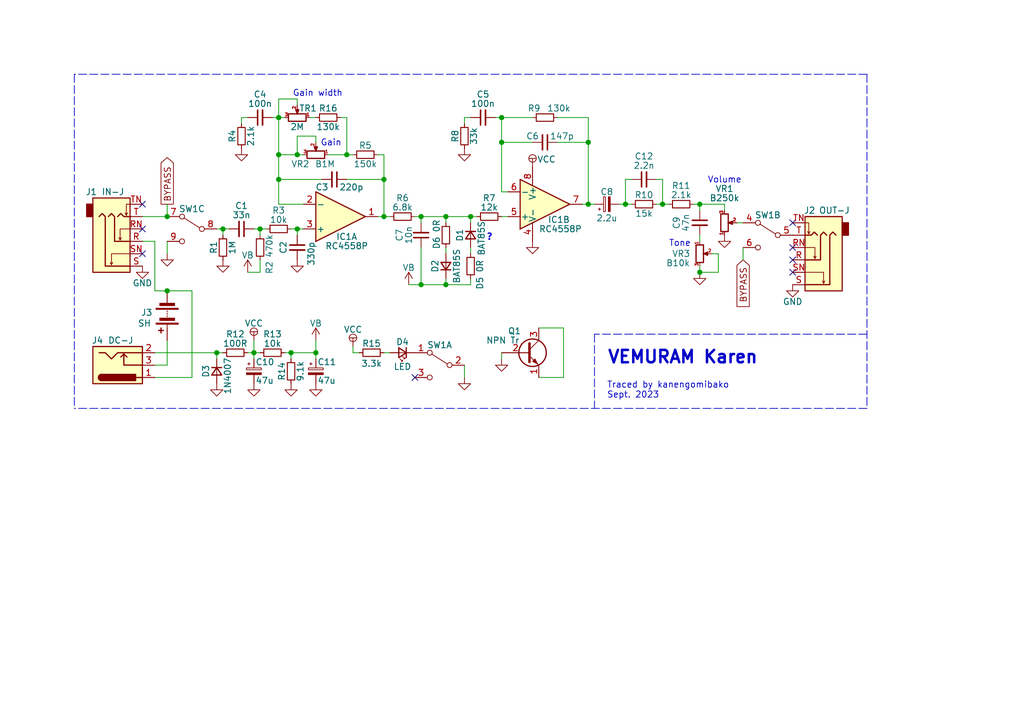
<source format=kicad_sch>
(kicad_sch (version 20230121) (generator eeschema)
  (paper "A5")
  (lib_symbols
    (symbol "Amplifier_Operational:RC4558" (pin_names (offset 0.127))
      (property "Reference" "U" (at 0 5.08 0))
      (property "Value" "RC4558" (at 0 -5.08 0))
      (symbol "RC4558_1_1"
        (polyline (pts (xy -5.08 5.08) (xy 5.08 0) (xy -5.08 -5.08) (xy -5.08 5.08)) (stroke (width 0.254)) (fill (type background)))
        (pin output line (at 7.62 0 180) (length 2.54) (name "~") (number "1"))
        (pin input line (at -7.62 -2.54 0) (length 2.54) (name "-") (number "2"))
        (pin input line (at -7.62 2.54 0) (length 2.54) (name "+") (number "3"))
      )
      (symbol "RC4558_2_1"
        (polyline (pts (xy -5.08 5.08) (xy 5.08 0) (xy -5.08 -5.08) (xy -5.08 5.08)) (stroke (width 0.254)) (fill (type background)))
        (pin input line (at -7.62 2.54 0) (length 2.54) (name "+") (number "5"))
        (pin input line (at -7.62 -2.54 0) (length 2.54) (name "-") (number "6"))
        (pin output line (at 7.62 0 180) (length 2.54) (name "~") (number "7"))
      )
      (symbol "RC4558_3_1"
        (pin power_in line (at -2.54 -7.62 90) (length 3.81) (name "V-") (number "4"))
        (pin power_in line (at -2.54 7.62 270) (length 3.81) (name "V+") (number "8"))
      )
    )
    (symbol "Connector:Barrel_Jack_Switch" (pin_names hide)
      (property "Reference" "J" (at 0 5.334 0))
      (property "Value" "Barrel_Jack_Switch" (at 0 -5.08 0))
      (symbol "Barrel_Jack_Switch_0_1"
        (rectangle (start -5.08 3.81) (end 5.08 -3.81) (stroke (width 0.254)) (fill (type background)))
        (arc (start -3.302 3.175) (mid -3.9343 2.54) (end -3.302 1.905) (stroke (width 0.254)))
        (arc (start -3.302 3.175) (mid -3.9343 2.54) (end -3.302 1.905) (stroke (width 0.254)) (fill (type outline)))
        (polyline (pts (xy 1.27 -2.286) (xy 1.905 -1.651)) (stroke (width 0.254)))
        (polyline (pts (xy 5.08 2.54) (xy 3.81 2.54)) (stroke (width 0.254)))
        (polyline (pts (xy 5.08 0) (xy 1.27 0) (xy 1.27 -2.286) (xy 0.635 -1.651)) (stroke (width 0.254)))
        (polyline (pts (xy -3.81 -2.54) (xy -2.54 -2.54) (xy -1.27 -1.27) (xy 0 -2.54) (xy 2.54 -2.54) (xy 5.08 -2.54)) (stroke (width 0.254)))
        (rectangle (start 3.683 3.175) (end -3.302 1.905) (stroke (width 0.254)) (fill (type outline)))
      )
      (symbol "Barrel_Jack_Switch_1_1"
        (pin passive line (at 7.62 2.54 180) (length 2.54) (name "~") (number "1"))
        (pin passive line (at 7.62 -2.54 180) (length 2.54) (name "~") (number "2"))
        (pin passive line (at 7.62 0 180) (length 2.54) (name "~") (number "3"))
      )
    )
    (symbol "Connector_Audio:AudioJack3_Switch"
      (property "Reference" "J" (at 0 11.43 0))
      (property "Value" "AudioJack3_Switch" (at 0 8.89 0))
      (symbol "AudioJack3_Switch_0_1"
        (rectangle (start -5.08 -5.08) (end -6.35 -7.62) (stroke (width 0.254)) (fill (type outline)))
        (polyline (pts (xy -1.27 4.826) (xy -1.016 4.318)))
        (polyline (pts (xy 0.508 -0.254) (xy 0.762 -0.762)))
        (polyline (pts (xy 1.778 -5.334) (xy 2.032 -5.842)))
        (polyline (pts (xy 0 -5.08) (xy 0.635 -5.715) (xy 1.27 -5.08) (xy 2.54 -5.08)) (stroke (width 0.254)))
        (polyline (pts (xy 2.54 -7.62) (xy 1.778 -7.62) (xy 1.778 -5.334) (xy 1.524 -5.842)))
        (polyline (pts (xy 2.54 -2.54) (xy 0.508 -2.54) (xy 0.508 -0.254) (xy 0.254 -0.762)))
        (polyline (pts (xy 2.54 2.54) (xy -1.27 2.54) (xy -1.27 4.826) (xy -1.524 4.318)))
        (polyline (pts (xy -1.905 -5.08) (xy -1.27 -5.715) (xy -0.635 -5.08) (xy -0.635 0) (xy 2.54 0)) (stroke (width 0.254)))
        (polyline (pts (xy 2.54 5.08) (xy -2.54 5.08) (xy -2.54 -5.08) (xy -3.175 -5.715) (xy -3.81 -5.08)) (stroke (width 0.254)))
        (rectangle (start 2.54 6.35) (end -5.08 -8.89) (stroke (width 0.254)) (fill (type background)))
      )
      (symbol "AudioJack3_Switch_1_1"
        (pin passive line (at 5.08 0 180) (length 2.54) (name "~") (number "R"))
        (pin passive line (at 5.08 -2.54 180) (length 2.54) (name "~") (number "RN"))
        (pin passive line (at 5.08 5.08 180) (length 2.54) (name "~") (number "S"))
        (pin passive line (at 5.08 2.54 180) (length 2.54) (name "~") (number "SN"))
        (pin passive line (at 5.08 -5.08 180) (length 2.54) (name "~") (number "T"))
        (pin passive line (at 5.08 -7.62 180) (length 2.54) (name "~") (number "TN"))
      )
    )
    (symbol "Device:Battery" (pin_numbers hide) (pin_names (offset 0) hide)
      (property "Reference" "BT" (at 2.54 2.54 0))
      (property "Value" "Battery" (at 2.54 0 0))
      (symbol "Battery_0_1"
        (rectangle (start -2.286 -1.27) (end 2.286 -1.524) (fill (type outline)))
        (rectangle (start -2.286 1.778) (end 2.286 1.524) (fill (type outline)))
        (rectangle (start -1.524 -2.032) (end 1.524 -2.54) (fill (type outline)))
        (rectangle (start -1.524 1.016) (end 1.524 0.508) (fill (type outline)))
        (polyline (pts (xy 0 -1.016) (xy 0 -0.762)))
        (polyline (pts (xy 0 -0.508) (xy 0 -0.254)))
        (polyline (pts (xy 0 0) (xy 0 0.254)))
        (polyline (pts (xy 0 1.778) (xy 0 2.54)))
        (polyline (pts (xy 0.762 3.048) (xy 1.778 3.048)) (stroke (width 0.254)))
        (polyline (pts (xy 1.27 3.556) (xy 1.27 2.54)) (stroke (width 0.254)))
      )
      (symbol "Battery_1_1"
        (pin passive line (at 0 5.08 270) (length 2.54) (name "+") (number "1"))
        (pin passive line (at 0 -5.08 90) (length 2.54) (name "-") (number "2"))
      )
    )
    (symbol "Device:C_Polarized_Small" (pin_numbers hide) (pin_names (offset 0.254) hide)
      (property "Reference" "C" (at 0.254 1.778 0))
      (property "Value" "C_Polarized_Small" (at 0.254 -2.032 0))
      (symbol "C_Polarized_Small_0_1"
        (rectangle (start -1.524 -0.3048) (end 1.524 -0.6858) (fill (type outline)))
        (rectangle (start -1.524 0.6858) (end 1.524 0.3048))
        (polyline (pts (xy -1.27 1.524) (xy -0.762 1.524)))
        (polyline (pts (xy -1.016 1.27) (xy -1.016 1.778)))
      )
      (symbol "C_Polarized_Small_1_1"
        (pin passive line (at 0 2.54 270) (length 1.8542) (name "~") (number "1"))
        (pin passive line (at 0 -2.54 90) (length 1.8542) (name "~") (number "2"))
      )
    )
    (symbol "Device:C_Small" (pin_numbers hide) (pin_names (offset 0.254) hide)
      (property "Reference" "C" (at 0.254 1.778 0))
      (property "Value" "C_Small" (at 0.254 -2.032 0))
      (symbol "C_Small_0_1"
        (polyline (pts (xy -1.524 -0.508) (xy 1.524 -0.508)) (stroke (width 0.3302)))
        (polyline (pts (xy -1.524 0.508) (xy 1.524 0.508)) (stroke (width 0.3048)))
      )
      (symbol "C_Small_1_1"
        (pin passive line (at 0 2.54 270) (length 2.032) (name "~") (number "1"))
        (pin passive line (at 0 -2.54 90) (length 2.032) (name "~") (number "2"))
      )
    )
    (symbol "Device:D_Small" (pin_numbers hide) (pin_names (offset 0.254) hide)
      (property "Reference" "D" (at -1.27 2.032 0))
      (property "Value" "D_Small" (at -3.81 -2.032 0))
      (symbol "D_Small_0_1"
        (polyline (pts (xy -0.762 -1.016) (xy -0.762 1.016)) (stroke (width 0.254)))
        (polyline (pts (xy -0.762 0) (xy 0.762 0)))
        (polyline (pts (xy 0.762 -1.016) (xy -0.762 0) (xy 0.762 1.016) (xy 0.762 -1.016)) (stroke (width 0.254)))
      )
      (symbol "D_Small_1_1"
        (pin passive line (at -2.54 0 0) (length 1.778) (name "K") (number "1"))
        (pin passive line (at 2.54 0 180) (length 1.778) (name "A") (number "2"))
      )
    )
    (symbol "Device:LED_Small" (pin_numbers hide) (pin_names (offset 0.254) hide)
      (property "Reference" "D" (at -1.27 3.175 0))
      (property "Value" "LED_Small" (at -4.445 -2.54 0))
      (symbol "LED_Small_0_1"
        (polyline (pts (xy -0.762 -1.016) (xy -0.762 1.016)) (stroke (width 0.254)))
        (polyline (pts (xy 1.016 0) (xy -0.762 0)))
        (polyline (pts (xy 0.762 -1.016) (xy -0.762 0) (xy 0.762 1.016) (xy 0.762 -1.016)) (stroke (width 0.254)))
        (polyline (pts (xy 0 0.762) (xy -0.508 1.27) (xy -0.254 1.27) (xy -0.508 1.27) (xy -0.508 1.016)))
        (polyline (pts (xy 0.508 1.27) (xy 0 1.778) (xy 0.254 1.778) (xy 0 1.778) (xy 0 1.524)))
      )
      (symbol "LED_Small_1_1"
        (pin passive line (at -2.54 0 0) (length 1.778) (name "K") (number "1"))
        (pin passive line (at 2.54 0 180) (length 1.778) (name "A") (number "2"))
      )
    )
    (symbol "Device:Q_NPN_EBC" (pin_names (offset 0) hide)
      (property "Reference" "Q" (at 5.08 1.27 0))
      (property "Value" "Q_NPN_EBC" (at 5.08 -1.27 0))
      (symbol "Q_NPN_EBC_0_1"
        (polyline (pts (xy 0.635 0.635) (xy 2.54 2.54)))
        (polyline (pts (xy 0.635 -0.635) (xy 2.54 -2.54) (xy 2.54 -2.54)))
        (polyline (pts (xy 0.635 1.905) (xy 0.635 -1.905) (xy 0.635 -1.905)) (stroke (width 0.508)))
        (polyline (pts (xy 1.27 -1.778) (xy 1.778 -1.27) (xy 2.286 -2.286) (xy 1.27 -1.778) (xy 1.27 -1.778)) (fill (type outline)))
        (circle (center 1.27 0) (radius 2.8194) (stroke (width 0.254)))
      )
      (symbol "Q_NPN_EBC_1_1"
        (pin passive line (at 2.54 -5.08 90) (length 2.54) (name "E") (number "1"))
        (pin passive line (at -5.08 0 0) (length 5.715) (name "B") (number "2"))
        (pin passive line (at 2.54 5.08 270) (length 2.54) (name "C") (number "3"))
      )
    )
    (symbol "Device:R_Potentiometer_Small" (pin_names (offset 1.016) hide)
      (property "Reference" "RV" (at -4.445 0 90))
      (property "Value" "R_Potentiometer_Small" (at -2.54 0 90))
      (symbol "R_Potentiometer_Small_0_1"
        (polyline (pts (xy 0.889 0) (xy 0.635 0) (xy 1.651 0.381) (xy 1.651 -0.381) (xy 0.635 0) (xy 0.889 0)) (fill (type outline)))
        (rectangle (start 0.762 1.8034) (end -0.762 -1.8034) (stroke (width 0.254)))
      )
      (symbol "R_Potentiometer_Small_1_1"
        (pin passive line (at 0 2.54 270) (length 0.635) (name "1") (number "1"))
        (pin passive line (at 2.54 0 180) (length 0.9906) (name "2") (number "2"))
        (pin passive line (at 0 -2.54 90) (length 0.635) (name "3") (number "3"))
      )
    )
    (symbol "Device:R_Small" (pin_numbers hide) (pin_names (offset 0.254) hide)
      (property "Reference" "R" (at 0.762 0.508 0))
      (property "Value" "R_Small" (at 0.762 -1.016 0))
      (symbol "R_Small_0_1"
        (rectangle (start -0.762 1.778) (end 0.762 -1.778) (stroke (width 0.2032)))
      )
      (symbol "R_Small_1_1"
        (pin passive line (at 0 2.54 270) (length 0.762) (name "~") (number "1"))
        (pin passive line (at 0 -2.54 90) (length 0.762) (name "~") (number "2"))
      )
    )
    (symbol "myLib:SW_3PDT" (pin_names (offset 0) hide)
      (property "Reference" "SW" (at 0 4.318 0))
      (property "Value" "SW_3PDT" (at 0 -5.08 0))
      (symbol "SW_3PDT_0_0"
        (circle (center -2.032 0) (radius 0.508))
        (circle (center 2.032 -2.54) (radius 0.508))
      )
      (symbol "SW_3PDT_0_1"
        (polyline (pts (xy -1.524 0.254) (xy 1.651 2.286)))
        (circle (center 2.032 2.54) (radius 0.508))
      )
      (symbol "SW_3PDT_1_1"
        (pin passive line (at 5.08 2.54 180) (length 2.54) (name "A") (number "1"))
        (pin passive line (at -5.08 0 0) (length 2.54) (name "B") (number "2"))
        (pin passive line (at 5.08 -2.54 180) (length 2.54) (name "C") (number "3"))
      )
      (symbol "SW_3PDT_2_1"
        (pin passive line (at 5.08 2.54 180) (length 2.54) (name "A") (number "4"))
        (pin passive line (at -5.08 0 0) (length 2.54) (name "B") (number "5"))
        (pin passive line (at 5.08 -2.54 180) (length 2.54) (name "C") (number "6"))
      )
      (symbol "SW_3PDT_3_1"
        (pin passive line (at 5.08 2.54 180) (length 2.54) (name "A") (number "7"))
        (pin passive line (at -5.08 0 0) (length 2.54) (name "B") (number "8"))
        (pin passive line (at 5.08 -2.54 180) (length 2.54) (name "C") (number "9"))
      )
    )
    (symbol "myLib:VB" (power) (pin_names (offset 0))
      (property "Value" "VB" (at 0 3.556 0))
      (symbol "VB_0_1"
        (polyline (pts (xy -0.762 1.27) (xy 0 2.54)))
        (polyline (pts (xy 0 0) (xy 0 2.54)))
        (polyline (pts (xy 0 2.54) (xy 0.762 1.27)))
      )
      (symbol "VB_1_1"
        (pin power_in line (at 0 0 90) (length 0) hide (name "VB") (number "1"))
      )
    )
    (symbol "myLib:VCC" (power) (pin_names (offset 0))
      (property "Value" "VCC" (at 0 3.556 0))
      (symbol "VCC_0_0"
        (polyline (pts (xy -0.762 1.778) (xy 0.762 1.778)))
        (circle (center 0 1.778) (radius 0.7725))
      )
      (symbol "VCC_0_1"
        (polyline (pts (xy 0 0) (xy 0 1.778)))
      )
      (symbol "VCC_1_1"
        (pin power_in line (at 0 0 90) (length 0) hide (name "VCC") (number "1"))
      )
    )
    (symbol "power:GND" (power) (pin_names (offset 0))
      (property "Value" "GND" (at 0 -3.81 0))
      (symbol "GND_0_1"
        (polyline (pts (xy 0 0) (xy 0 -1.27) (xy 1.27 -1.27) (xy 0 -2.54) (xy -1.27 -1.27) (xy 0 -1.27)))
      )
      (symbol "GND_1_1"
        (pin power_in line (at 0 0 270) (length 0) hide (name "GND") (number "1"))
      )
    )
  )
  (junction (at 34.29 59.69))
  (junction (at 59.69 72.39))
  (junction (at 53.34 46.99))
  (junction (at 102.87 24.13))
  (junction (at 60.96 46.99))
  (junction (at 78.74 44.45))
  (junction (at 60.96 31.75))
  (junction (at 91.44 58.42))
  (junction (at 34.29 44.45))
  (junction (at 45.72 46.99))
  (junction (at 120.65 29.21))
  (junction (at 91.44 44.45))
  (junction (at 143.51 55.88))
  (junction (at 96.52 44.45))
  (junction (at 64.77 72.39))
  (junction (at 57.15 31.75))
  (junction (at 135.89 41.91))
  (junction (at 71.12 31.75))
  (junction (at 102.87 29.21))
  (junction (at 86.36 44.45))
  (junction (at 128.27 41.91))
  (junction (at 52.07 72.39))
  (junction (at 86.36 58.42))
  (junction (at 44.45 72.39))
  (junction (at 78.74 36.83))
  (junction (at 57.15 24.13))
  (junction (at 120.65 41.91))
  (junction (at 143.51 41.91))
  (junction (at 57.15 36.83))
  (no_connect (at 162.56 55.88))
  (no_connect (at 162.56 53.34))
  (no_connect (at 162.56 50.8))
  (no_connect (at 29.21 41.91))
  (no_connect (at 162.56 45.72))
  (no_connect (at 29.21 52.07))
  (no_connect (at 85.09 77.47))
  (no_connect (at 29.21 46.99))
  (wire (pts (xy 96.52 50.8) (xy 96.52 52.07)))
  (wire (pts (xy 143.51 41.91) (xy 148.59 41.91)))
  (wire (pts (xy 152.4 53.34) (xy 152.4 50.8)))
  (wire (pts (xy 143.51 55.88) (xy 147.32 55.88)))
  (polyline (pts (xy 121.92 68.58) (xy 121.92 83.82)) (stroke (width 0) (type dash)))
  (wire (pts (xy 127 41.91) (xy 128.27 41.91)))
  (wire (pts (xy 96.52 44.45) (xy 97.79 44.45)))
  (wire (pts (xy 115.57 67.31) (xy 115.57 77.47)))
  (wire (pts (xy 134.62 36.83) (xy 135.89 36.83)))
  (wire (pts (xy 64.77 29.21) (xy 64.77 27.94)))
  (wire (pts (xy 49.53 24.13) (xy 49.53 25.4)))
  (wire (pts (xy 57.15 41.91) (xy 62.23 41.91)))
  (wire (pts (xy 102.87 39.37) (xy 102.87 29.21)))
  (wire (pts (xy 60.96 20.32) (xy 57.15 20.32)))
  (wire (pts (xy 50.8 55.88) (xy 53.34 55.88)))
  (wire (pts (xy 119.38 41.91) (xy 120.65 41.91)))
  (wire (pts (xy 96.52 24.13) (xy 95.25 24.13)))
  (wire (pts (xy 78.74 44.45) (xy 77.47 44.45)))
  (wire (pts (xy 128.27 36.83) (xy 128.27 41.91)))
  (wire (pts (xy 60.96 27.94) (xy 60.96 31.75)))
  (wire (pts (xy 44.45 72.39) (xy 45.72 72.39)))
  (wire (pts (xy 72.39 71.12) (xy 72.39 72.39)))
  (wire (pts (xy 102.87 29.21) (xy 109.22 29.21)))
  (wire (pts (xy 120.65 24.13) (xy 120.65 29.21)))
  (wire (pts (xy 62.23 31.75) (xy 60.96 31.75)))
  (polyline (pts (xy 177.8 83.82) (xy 15.24 83.82)) (stroke (width 0) (type dash)))
  (wire (pts (xy 143.51 54.61) (xy 143.51 55.88)))
  (polyline (pts (xy 177.8 15.24) (xy 15.24 15.24)) (stroke (width 0) (type dash)))
  (wire (pts (xy 59.69 72.39) (xy 64.77 72.39)))
  (wire (pts (xy 129.54 36.83) (xy 128.27 36.83)))
  (wire (pts (xy 45.72 46.99) (xy 45.72 48.26)))
  (wire (pts (xy 71.12 24.13) (xy 71.12 31.75)))
  (wire (pts (xy 39.37 59.69) (xy 34.29 59.69)))
  (wire (pts (xy 143.51 48.26) (xy 143.51 49.53)))
  (wire (pts (xy 57.15 36.83) (xy 57.15 41.91)))
  (wire (pts (xy 134.62 41.91) (xy 135.89 41.91)))
  (wire (pts (xy 67.31 31.75) (xy 71.12 31.75)))
  (wire (pts (xy 52.07 69.85) (xy 52.07 72.39)))
  (wire (pts (xy 91.44 44.45) (xy 91.44 45.72)))
  (wire (pts (xy 29.21 44.45) (xy 34.29 44.45)))
  (wire (pts (xy 151.13 45.72) (xy 152.4 45.72)))
  (wire (pts (xy 59.69 46.99) (xy 60.96 46.99)))
  (wire (pts (xy 71.12 36.83) (xy 78.74 36.83)))
  (wire (pts (xy 60.96 21.59) (xy 60.96 20.32)))
  (wire (pts (xy 85.09 44.45) (xy 86.36 44.45)))
  (wire (pts (xy 95.25 24.13) (xy 95.25 25.4)))
  (wire (pts (xy 52.07 46.99) (xy 53.34 46.99)))
  (wire (pts (xy 91.44 58.42) (xy 96.52 58.42)))
  (wire (pts (xy 60.96 46.99) (xy 60.96 48.26)))
  (wire (pts (xy 101.6 24.13) (xy 102.87 24.13)))
  (wire (pts (xy 128.27 41.91) (xy 129.54 41.91)))
  (wire (pts (xy 64.77 72.39) (xy 64.77 73.66)))
  (wire (pts (xy 64.77 27.94) (xy 60.96 27.94)))
  (wire (pts (xy 147.32 52.07) (xy 146.05 52.07)))
  (wire (pts (xy 50.8 72.39) (xy 52.07 72.39)))
  (wire (pts (xy 83.82 58.42) (xy 86.36 58.42)))
  (wire (pts (xy 102.87 44.45) (xy 104.14 44.45)))
  (wire (pts (xy 34.29 49.53) (xy 34.29 52.07)))
  (wire (pts (xy 86.36 44.45) (xy 91.44 44.45)))
  (polyline (pts (xy 177.8 68.58) (xy 121.92 68.58)) (stroke (width 0) (type dash)))
  (wire (pts (xy 64.77 24.13) (xy 63.5 24.13)))
  (wire (pts (xy 78.74 44.45) (xy 80.01 44.45)))
  (wire (pts (xy 69.85 24.13) (xy 71.12 24.13)))
  (wire (pts (xy 59.69 72.39) (xy 59.69 73.66)))
  (wire (pts (xy 86.36 50.8) (xy 86.36 58.42)))
  (wire (pts (xy 44.45 73.66) (xy 44.45 72.39)))
  (wire (pts (xy 102.87 29.21) (xy 102.87 24.13)))
  (wire (pts (xy 142.24 41.91) (xy 143.51 41.91)))
  (wire (pts (xy 53.34 46.99) (xy 53.34 48.26)))
  (wire (pts (xy 52.07 72.39) (xy 52.07 73.66)))
  (wire (pts (xy 91.44 50.8) (xy 91.44 52.07)))
  (wire (pts (xy 34.29 59.69) (xy 31.75 59.69)))
  (wire (pts (xy 58.42 72.39) (xy 59.69 72.39)))
  (wire (pts (xy 60.96 46.99) (xy 62.23 46.99)))
  (wire (pts (xy 50.8 24.13) (xy 49.53 24.13)))
  (wire (pts (xy 58.42 24.13) (xy 57.15 24.13)))
  (wire (pts (xy 34.29 41.91) (xy 34.29 44.45)))
  (wire (pts (xy 86.36 44.45) (xy 86.36 45.72)))
  (wire (pts (xy 45.72 46.99) (xy 46.99 46.99)))
  (wire (pts (xy 31.75 77.47) (xy 39.37 77.47)))
  (wire (pts (xy 53.34 46.99) (xy 54.61 46.99)))
  (wire (pts (xy 78.74 31.75) (xy 78.74 36.83)))
  (wire (pts (xy 91.44 44.45) (xy 96.52 44.45)))
  (wire (pts (xy 148.59 41.91) (xy 148.59 43.18)))
  (wire (pts (xy 135.89 41.91) (xy 137.16 41.91)))
  (wire (pts (xy 29.21 49.53) (xy 31.75 49.53)))
  (wire (pts (xy 114.3 29.21) (xy 120.65 29.21)))
  (wire (pts (xy 71.12 31.75) (xy 72.39 31.75)))
  (wire (pts (xy 77.47 31.75) (xy 78.74 31.75)))
  (wire (pts (xy 102.87 24.13) (xy 109.22 24.13)))
  (wire (pts (xy 57.15 36.83) (xy 66.04 36.83)))
  (wire (pts (xy 34.29 74.93) (xy 31.75 74.93)))
  (wire (pts (xy 55.88 24.13) (xy 57.15 24.13)))
  (wire (pts (xy 86.36 58.42) (xy 91.44 58.42)))
  (wire (pts (xy 102.87 72.39) (xy 102.87 73.66)))
  (wire (pts (xy 120.65 29.21) (xy 120.65 41.91)))
  (wire (pts (xy 72.39 72.39) (xy 73.66 72.39)))
  (polyline (pts (xy 177.8 15.24) (xy 177.8 83.82)) (stroke (width 0) (type dash)))
  (wire (pts (xy 95.25 74.93) (xy 95.25 77.47)))
  (polyline (pts (xy 15.24 15.24) (xy 15.24 83.82)) (stroke (width 0) (type dash)))
  (wire (pts (xy 57.15 20.32) (xy 57.15 24.13)))
  (wire (pts (xy 31.75 49.53) (xy 31.75 59.69)))
  (wire (pts (xy 147.32 55.88) (xy 147.32 52.07)))
  (wire (pts (xy 44.45 46.99) (xy 45.72 46.99)))
  (wire (pts (xy 64.77 69.85) (xy 64.77 72.39)))
  (wire (pts (xy 143.51 41.91) (xy 143.51 43.18)))
  (wire (pts (xy 57.15 24.13) (xy 57.15 31.75)))
  (wire (pts (xy 52.07 72.39) (xy 53.34 72.39)))
  (wire (pts (xy 120.65 41.91) (xy 121.92 41.91)))
  (wire (pts (xy 104.14 39.37) (xy 102.87 39.37)))
  (wire (pts (xy 34.29 69.85) (xy 34.29 74.93)))
  (wire (pts (xy 96.52 44.45) (xy 96.52 45.72)))
  (wire (pts (xy 78.74 72.39) (xy 80.01 72.39)))
  (wire (pts (xy 57.15 31.75) (xy 60.96 31.75)))
  (wire (pts (xy 96.52 57.15) (xy 96.52 58.42)))
  (wire (pts (xy 78.74 36.83) (xy 78.74 44.45)))
  (wire (pts (xy 110.49 77.47) (xy 115.57 77.47)))
  (wire (pts (xy 57.15 36.83) (xy 57.15 31.75)))
  (wire (pts (xy 39.37 77.47) (xy 39.37 59.69)))
  (wire (pts (xy 110.49 67.31) (xy 115.57 67.31)))
  (wire (pts (xy 53.34 53.34) (xy 53.34 55.88)))
  (wire (pts (xy 114.3 24.13) (xy 120.65 24.13)))
  (wire (pts (xy 91.44 57.15) (xy 91.44 58.42)))
  (wire (pts (xy 135.89 36.83) (xy 135.89 41.91)))
  (wire (pts (xy 44.45 72.39) (xy 31.75 72.39)))
  (text "Gain width" (at 60.0075 20.0025 0) (effects (font (size 1.27 1.27)) (justify left bottom)))
  (text "VEMURAM Karen" (at 124.46 74.93 0) (effects (font (size 2.54 2.54) (thickness 0.508) bold) (justify left bottom)))
  (text "Gain" (at 65.7225 30.1625 0) (effects (font (size 1.27 1.27)) (justify left bottom)))
  (text "Volume" (at 145.0975 37.7825 0) (effects (font (size 1.27 1.27)) (justify left bottom)))
  (text "Tone" (at 137.16 50.8 0) (effects (font (size 1.27 1.27)) (justify left bottom)))
  (text "Traced by kanengomibako\nSept. 2023" (at 124.46 81.915 0) (effects (font (size 1.27 1.27)) (justify left bottom)))
  (text "?" (at 99.695 49.53 0) (effects (font (size 1.27 1.27) (thickness 0.254) bold) (justify left bottom)))
  (global_label "BYPASS" (shape output) (at 34.29 41.91 90) (property "Intersheetrefs" "${INTERSHEET_REFS}" (effects hide)))
  (global_label "BYPASS" (shape input) (at 152.4 53.34 270) (property "Intersheetrefs" "${INTERSHEET_REFS}" (effects hide)))
  (symbol (lib_id "Device:R_Small") (at 139.7 41.91 270) (unit 1)
    (property "Reference" "R11" (at 139.7 38.1 90))
    (property "Value" "2.1k" (at 139.7 40.005 90))
    (property "Footprint" "Resistor_THT:R_Axial_DIN0207_L6.3mm_D2.5mm_P10.16mm_Horizontal" (effects hide))
  )
  (symbol (lib_id "Device:C_Small") (at 68.58 36.83 270) (mirror x) (unit 1)
    (property "Reference" "C3" (at 66.04 38.4175 90))
    (property "Value" "220p" (at 72.0725 38.4175 90))
    (property "Footprint" "Capacitor_THT:C_Rect_L7.0mm_W2.5mm_P5.00mm" (effects hide))
  )
  (symbol (lib_id "Device:LED_Small") (at 82.55 72.39 180) (unit 1)
    (property "Reference" "D4" (at 82.55 70.1675 0))
    (property "Value" "LED" (at 82.55 75.2475 0))
    (property "Footprint" "LED_THT:LED_D5.0mm" (effects hide))
  )
  (symbol (lib_id "Device:R_Potentiometer_Small") (at 64.77 31.75 270) (mirror x) (unit 1)
    (property "Reference" "VR2" (at 61.595 33.655 90))
    (property "Value" "B1M" (at 66.675 33.655 90))
    (property "Footprint" "myFoot:my_pot_5mm" (effects hide))
  )
  (symbol (lib_id "Device:C_Polarized_Small") (at 124.46 41.91 90) (unit 1)
    (property "Reference" "C8" (at 124.46 39.37 90))
    (property "Value" "2.2u" (at 124.46 44.7675 90))
    (property "Footprint" "Capacitor_THT:CP_Radial_D5.0mm_P2.00mm" (effects hide))
  )
  (symbol (lib_id "Device:R_Small") (at 91.44 48.26 180) (unit 1)
    (property "Reference" "D6" (at 89.535 49.8475 90))
    (property "Value" "0R" (at 89.535 46.355 90))
    (property "Footprint" "Diode_THT:D_DO-34_SOD68_P7.62mm_Horizontal" (effects hide))
  )
  (symbol (lib_id "Device:R_Small") (at 55.88 72.39 90) (mirror x) (unit 1)
    (property "Reference" "R13" (at 55.88 68.58 90))
    (property "Value" "10k" (at 55.88 70.485 90))
    (property "Footprint" "Resistor_THT:R_Axial_DIN0207_L6.3mm_D2.5mm_P10.16mm_Horizontal" (effects hide))
  )
  (symbol (lib_id "Device:C_Small") (at 49.53 46.99 270) (unit 1)
    (property "Reference" "C1" (at 49.53 42.2275 90))
    (property "Value" "33n" (at 49.53 44.1325 90))
    (property "Footprint" "Capacitor_THT:C_Rect_L7.0mm_W2.5mm_P5.00mm" (effects hide))
  )
  (symbol (lib_id "Device:R_Small") (at 57.15 46.99 270) (unit 1)
    (property "Reference" "R3" (at 57.15 43.18 90))
    (property "Value" "10k" (at 57.15 45.085 90))
    (property "Footprint" "Resistor_THT:R_Axial_DIN0207_L6.3mm_D2.5mm_P10.16mm_Horizontal" (effects hide))
  )
  (symbol (lib_id "Device:R_Small") (at 48.26 72.39 270) (unit 1)
    (property "Reference" "R12" (at 48.26 68.58 90))
    (property "Value" "100R" (at 48.26 70.485 90))
    (property "Footprint" "Resistor_THT:R_Axial_DIN0207_L6.3mm_D2.5mm_P10.16mm_Horizontal" (effects hide))
  )
  (symbol (lib_id "Device:R_Potentiometer_Small") (at 60.96 24.13 270) (mirror x) (unit 1)
    (property "Reference" "TR1" (at 63.1825 22.225 90))
    (property "Value" "2M" (at 60.96 26.035 90))
    (property "Footprint" "myFoot:my_trim2" (effects hide))
  )
  (symbol (lib_id "myLib:VB") (at 83.82 58.42 0) (unit 1)
    (property "Reference" "#PWR08" (effects hide))
    (property "Value" "VB" (at 83.82 54.9275 0))
  )
  (symbol (lib_id "Device:R_Small") (at 82.55 44.45 270) (unit 1)
    (property "Reference" "R6" (at 82.55 40.64 90))
    (property "Value" "6.8k" (at 82.55 42.545 90))
    (property "Footprint" "Resistor_THT:R_Axial_DIN0207_L6.3mm_D2.5mm_P10.16mm_Horizontal" (effects hide))
  )
  (symbol (lib_id "myLib:SW_3PDT") (at 39.37 46.99 0) (mirror y) (unit 3)
    (property "Reference" "SW1" (at 39.37 42.8625 0))
    (property "Value" "3PDT" (effects hide))
    (property "Footprint" "myFoot:my_sw_3pdt" (effects hide))
  )
  (symbol (lib_id "Device:R_Small") (at 74.93 31.75 270) (unit 1)
    (property "Reference" "R5" (at 74.93 29.845 90))
    (property "Value" "150k" (at 74.93 33.655 90))
    (property "Footprint" "Resistor_THT:R_Axial_DIN0207_L6.3mm_D2.5mm_P10.16mm_Horizontal" (effects hide))
  )
  (symbol (lib_id "power:GND") (at 64.77 78.74 0) (unit 1)
    (property "Reference" "#PWR011" (effects hide))
    (property "Value" "GND" (effects hide))
  )
  (symbol (lib_id "Device:R_Small") (at 132.08 41.91 270) (unit 1)
    (property "Reference" "R10" (at 132.08 40.005 90))
    (property "Value" "15k" (at 132.08 43.815 90))
    (property "Footprint" "Resistor_THT:R_Axial_DIN0207_L6.3mm_D2.5mm_P10.16mm_Horizontal" (effects hide))
  )
  (symbol (lib_id "power:GND") (at 148.59 48.26 0) (unit 1)
    (property "Reference" "#PWR016" (effects hide))
    (property "Value" "GND" (effects hide))
  )
  (symbol (lib_id "Device:R_Small") (at 67.31 24.13 90) (mirror x) (unit 1)
    (property "Reference" "R16" (at 67.31 22.225 90))
    (property "Value" "130k" (at 67.31 26.035 90))
    (property "Footprint" "Resistor_THT:R_Axial_DIN0207_L6.3mm_D2.5mm_P10.16mm_Horizontal" (effects hide))
  )
  (symbol (lib_id "Device:D_Small") (at 91.44 54.61 90) (unit 1)
    (property "Reference" "D2" (at 89.2175 54.61 0))
    (property "Value" "BAT85S" (at 93.6625 54.61 0))
    (property "Footprint" "Diode_THT:D_DO-34_SOD68_P7.62mm_Horizontal" (effects hide))
  )
  (symbol (lib_id "Device:R_Small") (at 49.53 27.94 0) (unit 1)
    (property "Reference" "R4" (at 47.625 27.94 90))
    (property "Value" "2.1k" (at 51.435 27.94 90))
    (property "Footprint" "Resistor_THT:R_Axial_DIN0207_L6.3mm_D2.5mm_P10.16mm_Horizontal" (effects hide))
  )
  (symbol (lib_id "Amplifier_Operational:RC4558") (at 111.76 41.91 0) (unit 3)
    (property "Reference" "IC1" (effects hide))
    (property "Value" "RC4558P" (effects hide))
    (property "Footprint" "Package_DIP:DIP-8_W7.62mm_LongPads" (effects hide))
  )
  (symbol (lib_id "Device:C_Small") (at 60.96 50.8 0) (unit 1)
    (property "Reference" "C2" (at 58.1025 50.8 90))
    (property "Value" "330p" (at 63.8175 52.07 90))
    (property "Footprint" "Capacitor_THT:C_Rect_L7.0mm_W2.5mm_P5.00mm" (effects hide))
  )
  (symbol (lib_id "Connector_Audio:AudioJack3_Switch") (at 167.64 53.34 180) (unit 1)
    (property "Reference" "J2" (at 166.0525 43.18 0))
    (property "Value" "OUT-J" (at 171.1325 43.18 0))
    (property "Footprint" "Connector_Audio:Jack_6.35mm_Neutrik_NMJ6HCD2_Horizontal" (effects hide))
  )
  (symbol (lib_id "Device:C_Small") (at 132.08 36.83 90) (mirror x) (unit 1)
    (property "Reference" "C12" (at 132.08 32.0675 90))
    (property "Value" "2.2n" (at 132.08 33.9725 90))
    (property "Footprint" "Capacitor_THT:C_Radial_D8.0mm_H7.0mm_P3.50mm" (effects hide))
  )
  (symbol (lib_id "Device:C_Small") (at 86.36 48.26 180) (unit 1)
    (property "Reference" "C7" (at 81.915 48.26 90))
    (property "Value" "10n" (at 83.82 48.26 90))
    (property "Footprint" "Capacitor_THT:C_Rect_L7.0mm_W2.5mm_P5.00mm" (effects hide))
  )
  (symbol (lib_id "power:GND") (at 59.69 78.74 0) (unit 1)
    (property "Reference" "#PWR010" (effects hide))
    (property "Value" "GND" (effects hide))
  )
  (symbol (lib_id "power:GND") (at 52.07 78.74 0) (unit 1)
    (property "Reference" "#PWR09" (effects hide))
    (property "Value" "GND" (effects hide))
  )
  (symbol (lib_id "Device:C_Small") (at 143.51 45.72 0) (unit 1)
    (property "Reference" "C9" (at 138.7475 45.72 90))
    (property "Value" "47n" (at 140.6525 45.72 90))
    (property "Footprint" "Capacitor_THT:C_Rect_L7.0mm_W2.5mm_P5.00mm" (effects hide))
  )
  (symbol (lib_id "Device:R_Small") (at 96.52 54.61 0) (mirror y) (unit 1)
    (property "Reference" "D5" (at 98.425 58.1025 90))
    (property "Value" "0R" (at 98.425 54.61 90))
    (property "Footprint" "Diode_THT:D_DO-34_SOD68_P7.62mm_Horizontal" (effects hide))
  )
  (symbol (lib_id "Device:R_Potentiometer_Small") (at 148.59 45.72 0) (mirror x) (unit 1)
    (property "Reference" "VR1" (at 148.59 38.735 0))
    (property "Value" "B250k" (at 148.59 40.64 0))
    (property "Footprint" "myFoot:my_pot_5mm" (effects hide))
  )
  (symbol (lib_id "myLib:VCC") (at 109.22 34.29 0) (mirror y) (unit 1)
    (property "Reference" "#PWR01" (effects hide))
    (property "Value" "VCC" (at 112.0775 32.7025 0))
  )
  (symbol (lib_id "Connector:Barrel_Jack_Switch") (at 24.13 74.93 0) (mirror x) (unit 1)
    (property "Reference" "J4" (at 20.0025 69.85 0))
    (property "Value" "DC-J" (at 24.765 69.85 0))
    (property "Footprint" "Connector_BarrelJack:BarrelJack_Horizontal" (effects hide))
  )
  (symbol (lib_id "Device:R_Potentiometer_Small") (at 143.51 52.07 0) (unit 1)
    (property "Reference" "VR3" (at 139.7 52.07 0))
    (property "Value" "B10k" (at 139.065 53.975 0))
    (property "Footprint" "myFoot:my_pot_5mm" (effects hide))
  )
  (symbol (lib_id "power:GND") (at 95.25 30.48 0) (unit 1)
    (property "Reference" "#PWR014" (effects hide))
    (property "Value" "GND" (effects hide))
  )
  (symbol (lib_id "power:GND") (at 60.96 53.34 0) (unit 1)
    (property "Reference" "#PWR06" (effects hide))
    (property "Value" "GND" (effects hide))
  )
  (symbol (lib_id "Device:C_Small") (at 99.06 24.13 90) (mirror x) (unit 1)
    (property "Reference" "C5" (at 99.06 19.3675 90))
    (property "Value" "100n" (at 99.06 21.2725 90))
    (property "Footprint" "Capacitor_THT:C_Rect_L7.0mm_W2.5mm_P5.00mm" (effects hide))
  )
  (symbol (lib_id "Amplifier_Operational:RC4558") (at 111.76 41.91 0) (mirror x) (unit 2)
    (property "Reference" "IC1" (at 114.6175 45.085 0))
    (property "Value" "RC4558P" (at 114.935 46.99 0))
    (property "Footprint" "Package_DIP:DIP-8_W7.62mm_LongPads" (effects hide))
  )
  (symbol (lib_id "myLib:VB") (at 64.77 69.85 0) (unit 1)
    (property "Reference" "#PWR03" (effects hide))
    (property "Value" "VB" (at 64.77 66.3575 0))
  )
  (symbol (lib_id "Amplifier_Operational:RC4558") (at 69.85 44.45 0) (mirror x) (unit 1)
    (property "Reference" "IC1" (at 71.12 48.5775 0))
    (property "Value" "RC4558P" (at 71.12 50.4825 0))
    (property "Footprint" "Package_DIP:DIP-8_W7.62mm_LongPads" (effects hide))
  )
  (symbol (lib_id "Device:Battery") (at 34.29 64.77 180) (unit 1)
    (property "Reference" "J3" (at 28.8925 64.135 0) (effects (justify right)))
    (property "Value" "SH" (at 28.2575 66.3575 0) (effects (justify right)))
    (property "Footprint" "Connector_PinHeader_2.54mm:PinHeader_1x02_P2.54mm_Vertical" (effects hide))
  )
  (symbol (lib_id "power:GND") (at 29.21 54.61 0) (unit 1)
    (property "Reference" "#PWR018" (effects hide))
    (property "Value" "GND" (at 29.21 58.1025 0))
  )
  (symbol (lib_id "power:GND") (at 44.45 78.74 0) (unit 1)
    (property "Reference" "#PWR012" (effects hide))
    (property "Value" "GND" (effects hide))
  )
  (symbol (lib_id "Device:C_Small") (at 53.34 24.13 90) (mirror x) (unit 1)
    (property "Reference" "C4" (at 53.34 19.3675 90))
    (property "Value" "100n" (at 53.34 21.2725 90))
    (property "Footprint" "Capacitor_THT:C_Rect_L7.0mm_W2.5mm_P5.00mm" (effects hide))
  )
  (symbol (lib_id "Device:Q_NPN_EBC") (at 107.95 72.39 0) (unit 1)
    (property "Reference" "Q1" (at 104.14 67.945 0) (effects (justify left)))
    (property "Value" "NPN Tr" (at 99.695 69.85 0) (effects (justify left)))
    (property "Footprint" "Package_TO_SOT_THT:TO-92L_Inline_Wide" (effects hide))
  )
  (symbol (lib_id "Connector_Audio:AudioJack3_Switch") (at 24.13 49.53 0) (mirror x) (unit 1)
    (property "Reference" "J1" (at 18.7325 39.37 0))
    (property "Value" "IN-J" (at 23.1775 39.37 0))
    (property "Footprint" "Connector_Audio:Jack_6.35mm_Neutrik_NMJ6HCD2_Horizontal" (effects hide))
  )
  (symbol (lib_id "Device:R_Small") (at 53.34 50.8 180) (unit 1)
    (property "Reference" "R2" (at 55.245 54.9275 90))
    (property "Value" "470k" (at 55.245 50.4825 90))
    (property "Footprint" "Resistor_THT:R_Axial_DIN0207_L6.3mm_D2.5mm_P10.16mm_Horizontal" (effects hide))
  )
  (symbol (lib_id "Device:D_Small") (at 44.45 76.2 270) (unit 1)
    (property "Reference" "D3" (at 42.2275 76.2 0))
    (property "Value" "1N4007" (at 46.6725 77.1525 0))
    (property "Footprint" "Diode_THT:D_DO-35_SOD27_P7.62mm_Horizontal" (effects hide))
  )
  (symbol (lib_id "power:GND") (at 45.72 53.34 0) (unit 1)
    (property "Reference" "#PWR04" (effects hide))
    (property "Value" "GND" (effects hide))
  )
  (symbol (lib_id "Device:R_Small") (at 59.69 76.2 180) (unit 1)
    (property "Reference" "R14" (at 57.785 76.2 90))
    (property "Value" "9.1k" (at 61.595 76.2 90))
    (property "Footprint" "Resistor_THT:R_Axial_DIN0207_L6.3mm_D2.5mm_P10.16mm_Horizontal" (effects hide))
  )
  (symbol (lib_id "Device:R_Small") (at 100.33 44.45 90) (mirror x) (unit 1)
    (property "Reference" "R7" (at 100.33 40.64 90))
    (property "Value" "12k" (at 100.33 42.545 90))
    (property "Footprint" "Resistor_THT:R_Axial_DIN0207_L6.3mm_D2.5mm_P10.16mm_Horizontal" (effects hide))
  )
  (symbol (lib_id "Device:C_Small") (at 111.76 29.21 270) (unit 1)
    (property "Reference" "C6" (at 109.22 27.94 90))
    (property "Value" "147p" (at 115.2525 27.94 90))
    (property "Footprint" "Capacitor_THT:C_Radial_D8.0mm_H7.0mm_P3.50mm" (effects hide))
  )
  (symbol (lib_id "power:GND") (at 102.87 73.66 0) (unit 1)
    (property "Reference" "#PWR022" (effects hide))
    (property "Value" "GND" (effects hide))
  )
  (symbol (lib_id "Device:R_Small") (at 111.76 24.13 270) (unit 1)
    (property "Reference" "R9" (at 109.5375 22.225 90))
    (property "Value" "130k" (at 114.6175 22.225 90))
    (property "Footprint" "Resistor_THT:R_Axial_DIN0207_L6.3mm_D2.5mm_P10.16mm_Horizontal" (effects hide))
  )
  (symbol (lib_id "power:GND") (at 162.56 58.42 0) (unit 1)
    (property "Reference" "#PWR020" (effects hide))
    (property "Value" "GND" (at 162.56 61.9125 0))
  )
  (symbol (lib_id "power:GND") (at 34.29 52.07 0) (unit 1)
    (property "Reference" "#PWR019" (effects hide))
    (property "Value" "GND" (effects hide))
  )
  (symbol (lib_id "myLib:VCC") (at 72.39 71.12 0) (unit 1)
    (property "Reference" "#PWR017" (effects hide))
    (property "Value" "VCC" (at 72.39 67.6275 0))
  )
  (symbol (lib_id "Device:R_Small") (at 95.25 27.94 0) (unit 1)
    (property "Reference" "R8" (at 93.345 27.94 90))
    (property "Value" "33k" (at 97.155 27.94 90))
    (property "Footprint" "Resistor_THT:R_Axial_DIN0207_L6.3mm_D2.5mm_P10.16mm_Horizontal" (effects hide))
  )
  (symbol (lib_id "Device:C_Polarized_Small") (at 52.07 76.2 0) (unit 1)
    (property "Reference" "C10" (at 52.3875 74.295 0) (effects (justify left)))
    (property "Value" "47u" (at 52.3875 78.105 0) (effects (justify left)))
    (property "Footprint" "Capacitor_THT:CP_Radial_D5.0mm_P2.00mm" (effects hide))
  )
  (symbol (lib_id "myLib:VCC") (at 52.07 69.85 0) (unit 1)
    (property "Reference" "#PWR02" (effects hide))
    (property "Value" "VCC" (at 52.07 66.3575 0))
  )
  (symbol (lib_id "Device:C_Polarized_Small") (at 64.77 76.2 0) (unit 1)
    (property "Reference" "C11" (at 65.0875 74.295 0) (effects (justify left)))
    (property "Value" "47u" (at 65.0875 78.105 0) (effects (justify left)))
    (property "Footprint" "Capacitor_THT:CP_Radial_D5.0mm_P2.00mm" (effects hide))
  )
  (symbol (lib_id "Device:R_Small") (at 76.2 72.39 90) (unit 1)
    (property "Reference" "R15" (at 76.2 70.485 90))
    (property "Value" "3.3k" (at 76.2 74.6125 90))
    (property "Footprint" "Resistor_THT:R_Axial_DIN0207_L6.3mm_D2.5mm_P10.16mm_Horizontal" (effects hide))
  )
  (symbol (lib_id "power:GND") (at 49.53 30.48 0) (unit 1)
    (property "Reference" "#PWR07" (effects hide))
    (property "Value" "GND" (effects hide))
  )
  (symbol (lib_id "myLib:SW_3PDT") (at 90.17 74.93 0) (mirror y) (unit 1)
    (property "Reference" "SW1" (at 90.17 70.8025 0))
    (property "Value" "3PDT" (effects hide))
    (property "Footprint" "myFoot:my_sw_3pdt" (effects hide))
  )
  (symbol (lib_id "power:GND") (at 95.25 77.47 0) (unit 1)
    (property "Reference" "#PWR021" (effects hide))
    (property "Value" "GND" (effects hide))
  )
  (symbol (lib_id "Device:R_Small") (at 45.72 50.8 0) (unit 1)
    (property "Reference" "R1" (at 43.815 50.8 90))
    (property "Value" "1M" (at 47.625 50.8 90))
    (property "Footprint" "Resistor_THT:R_Axial_DIN0207_L6.3mm_D2.5mm_P10.16mm_Horizontal" (effects hide))
  )
  (symbol (lib_id "power:GND") (at 109.22 49.53 0) (unit 1)
    (property "Reference" "#PWR013" (effects hide))
    (property "Value" "GND" (effects hide))
  )
  (symbol (lib_id "myLib:SW_3PDT") (at 157.48 48.26 0) (mirror y) (unit 2)
    (property "Reference" "SW1" (at 157.48 44.1325 0))
    (property "Value" "3PDT" (effects hide))
    (property "Footprint" "myFoot:my_sw_3pdt" (effects hide))
  )
  (symbol (lib_id "myLib:VB") (at 50.8 55.88 0) (unit 1)
    (property "Reference" "#PWR05" (effects hide))
    (property "Value" "VB" (at 50.8 52.3875 0))
  )
  (symbol (lib_id "power:GND") (at 143.51 55.88 0) (mirror y) (unit 1)
    (property "Reference" "#PWR015" (effects hide))
    (property "Value" "GND" (effects hide))
  )
  (symbol (lib_id "Device:D_Small") (at 96.52 48.26 270) (unit 1)
    (property "Reference" "D1" (at 94.2975 48.26 0))
    (property "Value" "BAT85S" (at 98.7425 48.895 0))
    (property "Footprint" "Diode_THT:D_DO-34_SOD68_P7.62mm_Horizontal" (effects hide))
  )
)
</source>
